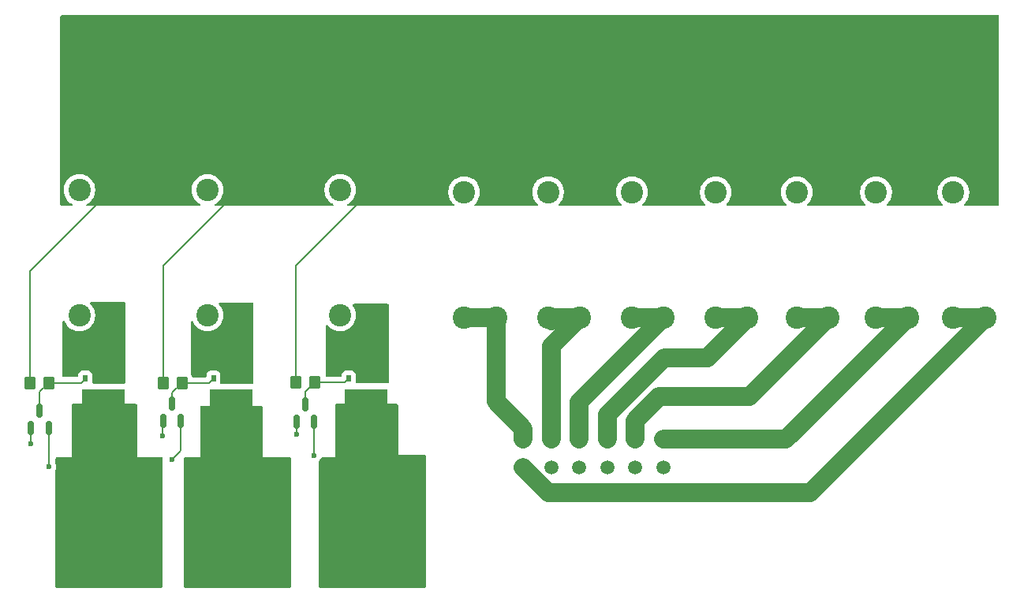
<source format=gbr>
%TF.GenerationSoftware,KiCad,Pcbnew,9.0.4*%
%TF.CreationDate,2026-02-19T19:41:56-08:00*%
%TF.ProjectId,Power_board,506f7765-725f-4626-9f61-72642e6b6963,rev?*%
%TF.SameCoordinates,Original*%
%TF.FileFunction,Copper,L1,Top*%
%TF.FilePolarity,Positive*%
%FSLAX46Y46*%
G04 Gerber Fmt 4.6, Leading zero omitted, Abs format (unit mm)*
G04 Created by KiCad (PCBNEW 9.0.4) date 2026-02-19 19:41:56*
%MOMM*%
%LPD*%
G01*
G04 APERTURE LIST*
G04 Aperture macros list*
%AMRoundRect*
0 Rectangle with rounded corners*
0 $1 Rounding radius*
0 $2 $3 $4 $5 $6 $7 $8 $9 X,Y pos of 4 corners*
0 Add a 4 corners polygon primitive as box body*
4,1,4,$2,$3,$4,$5,$6,$7,$8,$9,$2,$3,0*
0 Add four circle primitives for the rounded corners*
1,1,$1+$1,$2,$3*
1,1,$1+$1,$4,$5*
1,1,$1+$1,$6,$7*
1,1,$1+$1,$8,$9*
0 Add four rect primitives between the rounded corners*
20,1,$1+$1,$2,$3,$4,$5,0*
20,1,$1+$1,$4,$5,$6,$7,0*
20,1,$1+$1,$6,$7,$8,$9,0*
20,1,$1+$1,$8,$9,$2,$3,0*%
G04 Aperture macros list end*
%TA.AperFunction,ComponentPad*%
%ADD10C,2.400000*%
%TD*%
%TA.AperFunction,ComponentPad*%
%ADD11RoundRect,0.250001X-0.499999X-0.499999X0.499999X-0.499999X0.499999X0.499999X-0.499999X0.499999X0*%
%TD*%
%TA.AperFunction,ComponentPad*%
%ADD12C,1.500000*%
%TD*%
%TA.AperFunction,SMDPad,CuDef*%
%ADD13RoundRect,0.250000X-0.350000X-0.450000X0.350000X-0.450000X0.350000X0.450000X-0.350000X0.450000X0*%
%TD*%
%TA.AperFunction,ComponentPad*%
%ADD14C,10.600000*%
%TD*%
%TA.AperFunction,SMDPad,CuDef*%
%ADD15R,0.500000X0.650000*%
%TD*%
%TA.AperFunction,SMDPad,CuDef*%
%ADD16R,4.600000X4.120000*%
%TD*%
%TA.AperFunction,SMDPad,CuDef*%
%ADD17R,0.500000X0.550000*%
%TD*%
%TA.AperFunction,SMDPad,CuDef*%
%ADD18RoundRect,0.150000X0.150000X-0.587500X0.150000X0.587500X-0.150000X0.587500X-0.150000X-0.587500X0*%
%TD*%
%TA.AperFunction,ViaPad*%
%ADD19C,0.600000*%
%TD*%
%TA.AperFunction,Conductor*%
%ADD20C,2.000000*%
%TD*%
%TA.AperFunction,Conductor*%
%ADD21C,0.200000*%
%TD*%
G04 APERTURE END LIST*
D10*
%TO.P,F4,1_1*%
%TO.N,/12V+*%
X107750000Y-55000000D03*
%TO.P,F4,1_2*%
%TO.N,N/C*%
X104350000Y-55000000D03*
%TO.P,F4,2_1*%
%TO.N,LC_2*%
X107750000Y-68470000D03*
%TO.P,F4,2_2*%
%TO.N,N/C*%
X104350000Y-68470000D03*
%TD*%
D11*
%TO.P,J2,1,Pin_1*%
%TO.N,LC_1*%
X101700000Y-81560000D03*
D12*
%TO.P,J2,2,Pin_2*%
%TO.N,LC_2*%
X104700000Y-81560000D03*
%TO.P,J2,3,Pin_3*%
%TO.N,LC_3*%
X107700000Y-81560000D03*
%TO.P,J2,4,Pin_4*%
%TO.N,LC_4*%
X110700000Y-81560000D03*
%TO.P,J2,5,Pin_5*%
%TO.N,LC_5*%
X113700000Y-81560000D03*
%TO.P,J2,6,Pin_6*%
%TO.N,LC_6*%
X116700000Y-81560000D03*
%TO.P,J2,7,Pin_7*%
%TO.N,LC_7*%
X101700000Y-84560000D03*
%TO.P,J2,8,Pin_8*%
%TO.N,GND*%
X104700000Y-84560000D03*
%TO.P,J2,9,Pin_9*%
%TO.N,HC_1_pwm*%
X107700000Y-84560000D03*
%TO.P,J2,10,Pin_10*%
%TO.N,HC_2_pwm*%
X110700000Y-84560000D03*
%TO.P,J2,11,Pin_11*%
%TO.N,HC_3_pwm*%
X113700000Y-84560000D03*
%TO.P,J2,12,Pin_12*%
%TO.N,unconnected-(J2-Pin_12-Pad12)*%
X116700000Y-84560000D03*
%TD*%
D10*
%TO.P,F1,1_1*%
%TO.N,/12V+*%
X71200000Y-54765000D03*
%TO.P,F1,1_2*%
%TO.N,N/C*%
X67800000Y-54765000D03*
%TO.P,F1,2_1*%
%TO.N,/S2*%
X71200000Y-68235000D03*
%TO.P,F1,2_2*%
%TO.N,N/C*%
X67800000Y-68235000D03*
%TD*%
D13*
%TO.P,R2,1*%
%TO.N,/12V+*%
X63050000Y-75495000D03*
%TO.P,R2,2*%
%TO.N,Net-(Q2-G)*%
X65050000Y-75495000D03*
%TD*%
%TO.P,R3,1*%
%TO.N,/12V+*%
X77290000Y-75425000D03*
%TO.P,R3,2*%
%TO.N,Net-(Q3-G)*%
X79290000Y-75425000D03*
%TD*%
D10*
%TO.P,F3,1_1*%
%TO.N,/12V+*%
X98750000Y-55000000D03*
%TO.P,F3,1_2*%
%TO.N,N/C*%
X95350000Y-55000000D03*
%TO.P,F3,2_1*%
%TO.N,LC_1*%
X98750000Y-68470000D03*
%TO.P,F3,2_2*%
%TO.N,N/C*%
X95350000Y-68470000D03*
%TD*%
%TO.P,F5,1_1*%
%TO.N,/12V+*%
X116750000Y-55000000D03*
%TO.P,F5,1_2*%
%TO.N,N/C*%
X113350000Y-55000000D03*
%TO.P,F5,2_1*%
%TO.N,LC_3*%
X116750000Y-68470000D03*
%TO.P,F5,2_2*%
%TO.N,N/C*%
X113350000Y-68470000D03*
%TD*%
D14*
%TO.P,H4,1,1*%
%TO.N,HC_3*%
X85500000Y-91750000D03*
%TD*%
D10*
%TO.P,F8,1_1*%
%TO.N,/12V+*%
X142950000Y-55015000D03*
%TO.P,F8,1_2*%
%TO.N,N/C*%
X139550000Y-55015000D03*
%TO.P,F8,2_1*%
%TO.N,LC_6*%
X142950000Y-68485000D03*
%TO.P,F8,2_2*%
%TO.N,N/C*%
X139550000Y-68485000D03*
%TD*%
D14*
%TO.P,H2,1,1*%
%TO.N,HC_1*%
X57250000Y-91750000D03*
%TD*%
D10*
%TO.P,F6,1_1*%
%TO.N,/12V+*%
X125750000Y-55030000D03*
%TO.P,F6,1_2*%
%TO.N,N/C*%
X122350000Y-55030000D03*
%TO.P,F6,2_1*%
%TO.N,LC_4*%
X125750000Y-68500000D03*
%TO.P,F6,2_2*%
%TO.N,N/C*%
X122350000Y-68500000D03*
%TD*%
%TO.P,F9,1_1*%
%TO.N,/12V+*%
X151250000Y-55030000D03*
%TO.P,F9,1_2*%
%TO.N,N/C*%
X147850000Y-55030000D03*
%TO.P,F9,2_1*%
%TO.N,LC_7*%
X151250000Y-68500000D03*
%TO.P,F9,2_2*%
%TO.N,N/C*%
X147850000Y-68500000D03*
%TD*%
D13*
%TO.P,R1,1*%
%TO.N,/12V+*%
X48750000Y-75480000D03*
%TO.P,R1,2*%
%TO.N,Net-(Q1-G)*%
X50750000Y-75480000D03*
%TD*%
D15*
%TO.P,Q2,1,S*%
%TO.N,/S2*%
X72255000Y-75000000D03*
%TO.P,Q2,2,S*%
X70985000Y-75000000D03*
%TO.P,Q2,3,S*%
X69715000Y-75000000D03*
%TO.P,Q2,4,G*%
%TO.N,Net-(Q2-G)*%
X68445000Y-75000000D03*
D16*
%TO.P,Q2,5,D*%
%TO.N,HC_2*%
X70350000Y-78215000D03*
D17*
X72255000Y-80550000D03*
X70985000Y-80550000D03*
X69715000Y-80550000D03*
X68445000Y-80550000D03*
%TD*%
D14*
%TO.P,H9,1,1*%
%TO.N,/12V+*%
X84000000Y-43500000D03*
%TD*%
D15*
%TO.P,Q3,1,S*%
%TO.N,/S3*%
X86755000Y-75000000D03*
%TO.P,Q3,2,S*%
X85485000Y-75000000D03*
%TO.P,Q3,3,S*%
X84215000Y-75000000D03*
%TO.P,Q3,4,G*%
%TO.N,Net-(Q3-G)*%
X82945000Y-75000000D03*
D16*
%TO.P,Q3,5,D*%
%TO.N,HC_3*%
X84850000Y-78215000D03*
D17*
X86755000Y-80550000D03*
X85485000Y-80550000D03*
X84215000Y-80550000D03*
X82945000Y-80550000D03*
%TD*%
D14*
%TO.P,H1,1,1*%
%TO.N,/12V+*%
X67500000Y-43500000D03*
%TD*%
D15*
%TO.P,Q1,1,S*%
%TO.N,/S1*%
X58505000Y-75000000D03*
%TO.P,Q1,2,S*%
X57235000Y-75000000D03*
%TO.P,Q1,3,S*%
X55965000Y-75000000D03*
%TO.P,Q1,4,G*%
%TO.N,Net-(Q1-G)*%
X54695000Y-75000000D03*
D16*
%TO.P,Q1,5,D*%
%TO.N,HC_1*%
X56600000Y-78215000D03*
D17*
X58505000Y-80550000D03*
X57235000Y-80550000D03*
X55965000Y-80550000D03*
X54695000Y-80550000D03*
%TD*%
D14*
%TO.P,H3,1,1*%
%TO.N,HC_2*%
X71000000Y-91750000D03*
%TD*%
D10*
%TO.P,F2,1_1*%
%TO.N,/12V+*%
X85450000Y-54765000D03*
%TO.P,F2,1_2*%
%TO.N,N/C*%
X82050000Y-54765000D03*
%TO.P,F2,2_1*%
%TO.N,/S3*%
X85450000Y-68235000D03*
%TO.P,F2,2_2*%
%TO.N,N/C*%
X82050000Y-68235000D03*
%TD*%
D18*
%TO.P,Q6,1,G*%
%TO.N,HC_2_pwm*%
X63050000Y-79620000D03*
%TO.P,Q6,2,S*%
%TO.N,GND*%
X64950000Y-79620000D03*
%TO.P,Q6,3,D*%
%TO.N,Net-(Q2-G)*%
X64000000Y-77745000D03*
%TD*%
D10*
%TO.P,F10,1_1*%
%TO.N,/12V+*%
X57450000Y-54765000D03*
%TO.P,F10,1_2*%
%TO.N,N/C*%
X54050000Y-54765000D03*
%TO.P,F10,2_1*%
%TO.N,/S1*%
X57450000Y-68235000D03*
%TO.P,F10,2_2*%
%TO.N,N/C*%
X54050000Y-68235000D03*
%TD*%
D18*
%TO.P,Q5,1,G*%
%TO.N,HC_1_pwm*%
X48850000Y-80355000D03*
%TO.P,Q5,2,S*%
%TO.N,GND*%
X50750000Y-80355000D03*
%TO.P,Q5,3,D*%
%TO.N,Net-(Q1-G)*%
X49800000Y-78480000D03*
%TD*%
D10*
%TO.P,F7,1_1*%
%TO.N,/12V+*%
X134450000Y-55015000D03*
%TO.P,F7,1_2*%
%TO.N,N/C*%
X131050000Y-55015000D03*
%TO.P,F7,2_1*%
%TO.N,LC_5*%
X134450000Y-68485000D03*
%TO.P,F7,2_2*%
%TO.N,N/C*%
X131050000Y-68485000D03*
%TD*%
D18*
%TO.P,Q4,1,G*%
%TO.N,HC_3_pwm*%
X77340000Y-79650000D03*
%TO.P,Q4,2,S*%
%TO.N,GND*%
X79240000Y-79650000D03*
%TO.P,Q4,3,D*%
%TO.N,Net-(Q3-G)*%
X78290000Y-77775000D03*
%TD*%
D19*
%TO.N,HC_2_pwm*%
X63000000Y-81200000D03*
%TO.N,HC_3_pwm*%
X77340000Y-81000000D03*
%TO.N,HC_1_pwm*%
X48850000Y-82000000D03*
%TO.N,GND*%
X64000000Y-83700000D03*
X50750000Y-84500000D03*
X79200000Y-83300000D03*
%TD*%
D20*
%TO.N,LC_4*%
X121450000Y-72800000D02*
X125750000Y-68500000D01*
X116800000Y-72800000D02*
X121450000Y-72800000D01*
X110700000Y-78900000D02*
X116800000Y-72800000D01*
X110700000Y-81560000D02*
X110700000Y-78900000D01*
D21*
%TO.N,/12V+*%
X48750000Y-63465000D02*
X57450000Y-54765000D01*
X48750000Y-75480000D02*
X48750000Y-63465000D01*
X77290000Y-62925000D02*
X85450000Y-54765000D01*
X77290000Y-75425000D02*
X77290000Y-62925000D01*
X77290000Y-75425000D02*
X77300000Y-75415000D01*
X63050000Y-62915000D02*
X71200000Y-54765000D01*
X63050000Y-75495000D02*
X63050000Y-62915000D01*
D20*
%TO.N,LC_7*%
X132490000Y-87260000D02*
X151250000Y-68500000D01*
X101700000Y-84560000D02*
X104400000Y-87260000D01*
X147850000Y-68500000D02*
X151250000Y-68500000D01*
X104400000Y-87260000D02*
X132490000Y-87260000D01*
%TO.N,LC_6*%
X116700000Y-81560000D02*
X129875000Y-81560000D01*
X139550000Y-68485000D02*
X142950000Y-68485000D01*
X129875000Y-81560000D02*
X142950000Y-68485000D01*
%TO.N,LC_5*%
X113700000Y-79550000D02*
X116250000Y-77000000D01*
X131050000Y-68485000D02*
X134450000Y-68485000D01*
X116250000Y-77000000D02*
X125935000Y-77000000D01*
X125935000Y-77000000D02*
X134450000Y-68485000D01*
X113700000Y-81560000D02*
X113700000Y-79550000D01*
%TO.N,LC_4*%
X122400000Y-68500000D02*
X125800000Y-68500000D01*
%TO.N,LC_3*%
X113350000Y-68470000D02*
X116750000Y-68470000D01*
X107700000Y-77520000D02*
X107700000Y-81560000D01*
X116750000Y-68470000D02*
X107700000Y-77520000D01*
%TO.N,LC_2*%
X104700000Y-68820000D02*
X104350000Y-68470000D01*
X104700000Y-71520000D02*
X107750000Y-68470000D01*
X104350000Y-68470000D02*
X107750000Y-68470000D01*
X104700000Y-81560000D02*
X104700000Y-71520000D01*
%TO.N,LC_1*%
X101700000Y-80450000D02*
X98750000Y-77500000D01*
X95350000Y-68470000D02*
X98750000Y-68470000D01*
X101700000Y-81560000D02*
X101700000Y-80450000D01*
X98750000Y-77500000D02*
X98750000Y-68470000D01*
D21*
%TO.N,HC_2_pwm*%
X63000000Y-81200000D02*
X63000000Y-79670000D01*
X63000000Y-79670000D02*
X63050000Y-79620000D01*
%TO.N,HC_3_pwm*%
X77340000Y-81000000D02*
X77340000Y-79650000D01*
%TO.N,HC_1_pwm*%
X49000000Y-80505000D02*
X48850000Y-80355000D01*
X48850000Y-82000000D02*
X48850000Y-80355000D01*
%TO.N,GND*%
X50750000Y-82200000D02*
X50750000Y-82105000D01*
X64000000Y-83700000D02*
X64800000Y-82900000D01*
X65000000Y-79670000D02*
X64950000Y-79620000D01*
X50750000Y-82200000D02*
X50750000Y-80355000D01*
X79200000Y-83300000D02*
X79200000Y-79690000D01*
X79200000Y-79690000D02*
X79240000Y-79650000D01*
X64950000Y-79620000D02*
X64950000Y-82750000D01*
X50750000Y-84500000D02*
X50750000Y-82200000D01*
X64950000Y-82750000D02*
X64800000Y-82900000D01*
%TO.N,Net-(Q1-G)*%
X54215000Y-75480000D02*
X54695000Y-75000000D01*
X50750000Y-75480000D02*
X54215000Y-75480000D01*
X49800000Y-78480000D02*
X49800000Y-76430000D01*
X49800000Y-76430000D02*
X50750000Y-75480000D01*
%TO.N,Net-(Q2-G)*%
X64000000Y-76545000D02*
X65050000Y-75495000D01*
X64000000Y-77745000D02*
X64000000Y-76545000D01*
X65050000Y-75495000D02*
X67950000Y-75495000D01*
X67950000Y-75495000D02*
X68445000Y-75000000D01*
%TO.N,Net-(Q3-G)*%
X78290000Y-77775000D02*
X78290000Y-76425000D01*
X79290000Y-75425000D02*
X82520000Y-75425000D01*
X82520000Y-75425000D02*
X82945000Y-75000000D01*
X78290000Y-76425000D02*
X79290000Y-75425000D01*
%TD*%
%TA.AperFunction,Conductor*%
%TO.N,/S1*%
G36*
X58943039Y-66837635D02*
G01*
X58988794Y-66890439D01*
X59000000Y-66941950D01*
X59000000Y-75443950D01*
X58980315Y-75510989D01*
X58927511Y-75556744D01*
X58876000Y-75567950D01*
X55562572Y-75567950D01*
X55495533Y-75548265D01*
X55449778Y-75495461D01*
X55439283Y-75430694D01*
X55445499Y-75372880D01*
X55445500Y-75372873D01*
X55445499Y-74627128D01*
X55439091Y-74567517D01*
X55388796Y-74432669D01*
X55388795Y-74432668D01*
X55388793Y-74432664D01*
X55302547Y-74317455D01*
X55302544Y-74317452D01*
X55187335Y-74231206D01*
X55187328Y-74231202D01*
X55052486Y-74180910D01*
X55052485Y-74180909D01*
X55052483Y-74180909D01*
X54992873Y-74174500D01*
X54992863Y-74174500D01*
X54397129Y-74174500D01*
X54397123Y-74174501D01*
X54337516Y-74180908D01*
X54202671Y-74231202D01*
X54202664Y-74231206D01*
X54087455Y-74317452D01*
X54087452Y-74317455D01*
X54001206Y-74432664D01*
X54001202Y-74432671D01*
X53950908Y-74567517D01*
X53944501Y-74627116D01*
X53944501Y-74627123D01*
X53944500Y-74627135D01*
X53944500Y-74755500D01*
X53924815Y-74822539D01*
X53872011Y-74868294D01*
X53820500Y-74879500D01*
X52374000Y-74879500D01*
X52306961Y-74859815D01*
X52261206Y-74807011D01*
X52250000Y-74755500D01*
X52250000Y-68956428D01*
X52269685Y-68889389D01*
X52322489Y-68843634D01*
X52391647Y-68833690D01*
X52455203Y-68862715D01*
X52488561Y-68908976D01*
X52521590Y-68988716D01*
X52521593Y-68988722D01*
X52521595Y-68988726D01*
X52633052Y-69181774D01*
X52633057Y-69181780D01*
X52633058Y-69181782D01*
X52768751Y-69358622D01*
X52768757Y-69358629D01*
X52926370Y-69516242D01*
X52926376Y-69516247D01*
X53103226Y-69651948D01*
X53296274Y-69763405D01*
X53502219Y-69848710D01*
X53717537Y-69906404D01*
X53938543Y-69935500D01*
X53938550Y-69935500D01*
X54161450Y-69935500D01*
X54161457Y-69935500D01*
X54382463Y-69906404D01*
X54597781Y-69848710D01*
X54803726Y-69763405D01*
X54996774Y-69651948D01*
X55173624Y-69516247D01*
X55331247Y-69358624D01*
X55466948Y-69181774D01*
X55578405Y-68988726D01*
X55663710Y-68782781D01*
X55721404Y-68567463D01*
X55750500Y-68346457D01*
X55750500Y-68123543D01*
X55721404Y-67902537D01*
X55663710Y-67687219D01*
X55643112Y-67637492D01*
X55578406Y-67481277D01*
X55578405Y-67481274D01*
X55466948Y-67288226D01*
X55331247Y-67111376D01*
X55331242Y-67111370D01*
X55249503Y-67029631D01*
X55216018Y-66968308D01*
X55221002Y-66898616D01*
X55262874Y-66842683D01*
X55328338Y-66818266D01*
X55337184Y-66817950D01*
X58876000Y-66817950D01*
X58943039Y-66837635D01*
G37*
%TD.AperFunction*%
%TD*%
%TA.AperFunction,Conductor*%
%TO.N,/12V+*%
G36*
X152693027Y-36021333D02*
G01*
X152738788Y-36074132D01*
X152750000Y-36125657D01*
X152750000Y-56376000D01*
X152730315Y-56443039D01*
X152677511Y-56488794D01*
X152626000Y-56500000D01*
X149084234Y-56500000D01*
X149017195Y-56480315D01*
X148971440Y-56427511D01*
X148961496Y-56358353D01*
X148990521Y-56294797D01*
X148996553Y-56288319D01*
X149131242Y-56153629D01*
X149131247Y-56153624D01*
X149266948Y-55976774D01*
X149378405Y-55783726D01*
X149463710Y-55577781D01*
X149521404Y-55362463D01*
X149550500Y-55141457D01*
X149550500Y-54918543D01*
X149521404Y-54697537D01*
X149463710Y-54482219D01*
X149451279Y-54452209D01*
X149378406Y-54276277D01*
X149378405Y-54276274D01*
X149266948Y-54083226D01*
X149131247Y-53906376D01*
X149131242Y-53906370D01*
X148973629Y-53748757D01*
X148973622Y-53748751D01*
X148796782Y-53613058D01*
X148796780Y-53613057D01*
X148796774Y-53613052D01*
X148603726Y-53501595D01*
X148603722Y-53501593D01*
X148397790Y-53416293D01*
X148397783Y-53416291D01*
X148397781Y-53416290D01*
X148182463Y-53358596D01*
X148182457Y-53358595D01*
X148182452Y-53358594D01*
X147961466Y-53329501D01*
X147961463Y-53329500D01*
X147961457Y-53329500D01*
X147738543Y-53329500D01*
X147738537Y-53329500D01*
X147738533Y-53329501D01*
X147517547Y-53358594D01*
X147517540Y-53358595D01*
X147517537Y-53358596D01*
X147414181Y-53386290D01*
X147302219Y-53416290D01*
X147302209Y-53416293D01*
X147096277Y-53501593D01*
X147096273Y-53501595D01*
X146903226Y-53613052D01*
X146903217Y-53613058D01*
X146726377Y-53748751D01*
X146726370Y-53748757D01*
X146568757Y-53906370D01*
X146568751Y-53906377D01*
X146433058Y-54083217D01*
X146433052Y-54083226D01*
X146321595Y-54276273D01*
X146321593Y-54276277D01*
X146236293Y-54482209D01*
X146236290Y-54482219D01*
X146186635Y-54667537D01*
X146178597Y-54697534D01*
X146178594Y-54697547D01*
X146149501Y-54918533D01*
X146149500Y-54918549D01*
X146149500Y-55141450D01*
X146149501Y-55141466D01*
X146178594Y-55362452D01*
X146178595Y-55362457D01*
X146178596Y-55362463D01*
X146228252Y-55547781D01*
X146236290Y-55577780D01*
X146236293Y-55577790D01*
X146321593Y-55783722D01*
X146321595Y-55783726D01*
X146433052Y-55976774D01*
X146433057Y-55976780D01*
X146433058Y-55976782D01*
X146568751Y-56153622D01*
X146568757Y-56153629D01*
X146703447Y-56288319D01*
X146736932Y-56349642D01*
X146731948Y-56419334D01*
X146690076Y-56475267D01*
X146624612Y-56499684D01*
X146615766Y-56500000D01*
X140769234Y-56500000D01*
X140702195Y-56480315D01*
X140656440Y-56427511D01*
X140646496Y-56358353D01*
X140675521Y-56294797D01*
X140681553Y-56288319D01*
X140831242Y-56138629D01*
X140831247Y-56138624D01*
X140966948Y-55961774D01*
X141078405Y-55768726D01*
X141163710Y-55562781D01*
X141221404Y-55347463D01*
X141250500Y-55126457D01*
X141250500Y-54903543D01*
X141221404Y-54682537D01*
X141163710Y-54467219D01*
X141149348Y-54432547D01*
X141078406Y-54261277D01*
X141078405Y-54261274D01*
X140966948Y-54068226D01*
X140831247Y-53891376D01*
X140831242Y-53891370D01*
X140673629Y-53733757D01*
X140673622Y-53733751D01*
X140496782Y-53598058D01*
X140496780Y-53598057D01*
X140496774Y-53598052D01*
X140303726Y-53486595D01*
X140303722Y-53486593D01*
X140097790Y-53401293D01*
X140097783Y-53401291D01*
X140097781Y-53401290D01*
X139882463Y-53343596D01*
X139882457Y-53343595D01*
X139882452Y-53343594D01*
X139661466Y-53314501D01*
X139661463Y-53314500D01*
X139661457Y-53314500D01*
X139438543Y-53314500D01*
X139438537Y-53314500D01*
X139438533Y-53314501D01*
X139217547Y-53343594D01*
X139217540Y-53343595D01*
X139217537Y-53343596D01*
X139058200Y-53386290D01*
X139002219Y-53401290D01*
X139002209Y-53401293D01*
X138796277Y-53486593D01*
X138796273Y-53486595D01*
X138603226Y-53598052D01*
X138603217Y-53598058D01*
X138426377Y-53733751D01*
X138426370Y-53733757D01*
X138268757Y-53891370D01*
X138268751Y-53891377D01*
X138133058Y-54068217D01*
X138133052Y-54068226D01*
X138021595Y-54261273D01*
X138021593Y-54261277D01*
X137936293Y-54467209D01*
X137936290Y-54467219D01*
X137878597Y-54682534D01*
X137878594Y-54682547D01*
X137849501Y-54903533D01*
X137849500Y-54903549D01*
X137849500Y-55126450D01*
X137849501Y-55126466D01*
X137878594Y-55347452D01*
X137878595Y-55347457D01*
X137878596Y-55347463D01*
X137924486Y-55518726D01*
X137936290Y-55562780D01*
X137936293Y-55562790D01*
X138021593Y-55768722D01*
X138021595Y-55768726D01*
X138133052Y-55961774D01*
X138133057Y-55961780D01*
X138133058Y-55961782D01*
X138268751Y-56138622D01*
X138268757Y-56138629D01*
X138418447Y-56288319D01*
X138451932Y-56349642D01*
X138446948Y-56419334D01*
X138405076Y-56475267D01*
X138339612Y-56499684D01*
X138330766Y-56500000D01*
X132269234Y-56500000D01*
X132202195Y-56480315D01*
X132156440Y-56427511D01*
X132146496Y-56358353D01*
X132175521Y-56294797D01*
X132181553Y-56288319D01*
X132331242Y-56138629D01*
X132331247Y-56138624D01*
X132466948Y-55961774D01*
X132578405Y-55768726D01*
X132663710Y-55562781D01*
X132721404Y-55347463D01*
X132750500Y-55126457D01*
X132750500Y-54903543D01*
X132721404Y-54682537D01*
X132663710Y-54467219D01*
X132649348Y-54432547D01*
X132578406Y-54261277D01*
X132578405Y-54261274D01*
X132466948Y-54068226D01*
X132331247Y-53891376D01*
X132331242Y-53891370D01*
X132173629Y-53733757D01*
X132173622Y-53733751D01*
X131996782Y-53598058D01*
X131996780Y-53598057D01*
X131996774Y-53598052D01*
X131803726Y-53486595D01*
X131803722Y-53486593D01*
X131597790Y-53401293D01*
X131597783Y-53401291D01*
X131597781Y-53401290D01*
X131382463Y-53343596D01*
X131382457Y-53343595D01*
X131382452Y-53343594D01*
X131161466Y-53314501D01*
X131161463Y-53314500D01*
X131161457Y-53314500D01*
X130938543Y-53314500D01*
X130938537Y-53314500D01*
X130938533Y-53314501D01*
X130717547Y-53343594D01*
X130717540Y-53343595D01*
X130717537Y-53343596D01*
X130558200Y-53386290D01*
X130502219Y-53401290D01*
X130502209Y-53401293D01*
X130296277Y-53486593D01*
X130296273Y-53486595D01*
X130103226Y-53598052D01*
X130103217Y-53598058D01*
X129926377Y-53733751D01*
X129926370Y-53733757D01*
X129768757Y-53891370D01*
X129768751Y-53891377D01*
X129633058Y-54068217D01*
X129633052Y-54068226D01*
X129521595Y-54261273D01*
X129521593Y-54261277D01*
X129436293Y-54467209D01*
X129436290Y-54467219D01*
X129378597Y-54682534D01*
X129378594Y-54682547D01*
X129349501Y-54903533D01*
X129349500Y-54903549D01*
X129349500Y-55126450D01*
X129349501Y-55126466D01*
X129378594Y-55347452D01*
X129378595Y-55347457D01*
X129378596Y-55347463D01*
X129424486Y-55518726D01*
X129436290Y-55562780D01*
X129436293Y-55562790D01*
X129521593Y-55768722D01*
X129521595Y-55768726D01*
X129633052Y-55961774D01*
X129633057Y-55961780D01*
X129633058Y-55961782D01*
X129768751Y-56138622D01*
X129768757Y-56138629D01*
X129918447Y-56288319D01*
X129951932Y-56349642D01*
X129946948Y-56419334D01*
X129905076Y-56475267D01*
X129839612Y-56499684D01*
X129830766Y-56500000D01*
X123584234Y-56500000D01*
X123517195Y-56480315D01*
X123471440Y-56427511D01*
X123461496Y-56358353D01*
X123490521Y-56294797D01*
X123496553Y-56288319D01*
X123631242Y-56153629D01*
X123631247Y-56153624D01*
X123766948Y-55976774D01*
X123878405Y-55783726D01*
X123963710Y-55577781D01*
X124021404Y-55362463D01*
X124050500Y-55141457D01*
X124050500Y-54918543D01*
X124021404Y-54697537D01*
X123963710Y-54482219D01*
X123951279Y-54452209D01*
X123878406Y-54276277D01*
X123878405Y-54276274D01*
X123766948Y-54083226D01*
X123631247Y-53906376D01*
X123631242Y-53906370D01*
X123473629Y-53748757D01*
X123473622Y-53748751D01*
X123296782Y-53613058D01*
X123296780Y-53613057D01*
X123296774Y-53613052D01*
X123103726Y-53501595D01*
X123103722Y-53501593D01*
X122897790Y-53416293D01*
X122897783Y-53416291D01*
X122897781Y-53416290D01*
X122682463Y-53358596D01*
X122682457Y-53358595D01*
X122682452Y-53358594D01*
X122461466Y-53329501D01*
X122461463Y-53329500D01*
X122461457Y-53329500D01*
X122238543Y-53329500D01*
X122238537Y-53329500D01*
X122238533Y-53329501D01*
X122017547Y-53358594D01*
X122017540Y-53358595D01*
X122017537Y-53358596D01*
X121914181Y-53386290D01*
X121802219Y-53416290D01*
X121802209Y-53416293D01*
X121596277Y-53501593D01*
X121596273Y-53501595D01*
X121403226Y-53613052D01*
X121403217Y-53613058D01*
X121226377Y-53748751D01*
X121226370Y-53748757D01*
X121068757Y-53906370D01*
X121068751Y-53906377D01*
X120933058Y-54083217D01*
X120933052Y-54083226D01*
X120821595Y-54276273D01*
X120821593Y-54276277D01*
X120736293Y-54482209D01*
X120736290Y-54482219D01*
X120686635Y-54667537D01*
X120678597Y-54697534D01*
X120678594Y-54697547D01*
X120649501Y-54918533D01*
X120649500Y-54918549D01*
X120649500Y-55141450D01*
X120649501Y-55141466D01*
X120678594Y-55362452D01*
X120678595Y-55362457D01*
X120678596Y-55362463D01*
X120728252Y-55547781D01*
X120736290Y-55577780D01*
X120736293Y-55577790D01*
X120821593Y-55783722D01*
X120821595Y-55783726D01*
X120933052Y-55976774D01*
X120933057Y-55976780D01*
X120933058Y-55976782D01*
X121068751Y-56153622D01*
X121068757Y-56153629D01*
X121203447Y-56288319D01*
X121236932Y-56349642D01*
X121231948Y-56419334D01*
X121190076Y-56475267D01*
X121124612Y-56499684D01*
X121115766Y-56500000D01*
X114553645Y-56500000D01*
X114486606Y-56480315D01*
X114440851Y-56427511D01*
X114430907Y-56358353D01*
X114459932Y-56294797D01*
X114471883Y-56282775D01*
X114473623Y-56281248D01*
X114631242Y-56123629D01*
X114631247Y-56123624D01*
X114766948Y-55946774D01*
X114878405Y-55753726D01*
X114963710Y-55547781D01*
X115021404Y-55332463D01*
X115050500Y-55111457D01*
X115050500Y-54888543D01*
X115021404Y-54667537D01*
X114963710Y-54452219D01*
X114955557Y-54432537D01*
X114932197Y-54376140D01*
X114878405Y-54246274D01*
X114766948Y-54053226D01*
X114727867Y-54002294D01*
X114631248Y-53876377D01*
X114631242Y-53876370D01*
X114473629Y-53718757D01*
X114473622Y-53718751D01*
X114296782Y-53583058D01*
X114296780Y-53583057D01*
X114296774Y-53583052D01*
X114103726Y-53471595D01*
X114103722Y-53471593D01*
X113897790Y-53386293D01*
X113897783Y-53386291D01*
X113897781Y-53386290D01*
X113682463Y-53328596D01*
X113682457Y-53328595D01*
X113682452Y-53328594D01*
X113461466Y-53299501D01*
X113461463Y-53299500D01*
X113461457Y-53299500D01*
X113238543Y-53299500D01*
X113238537Y-53299500D01*
X113238533Y-53299501D01*
X113017547Y-53328594D01*
X113017540Y-53328595D01*
X113017537Y-53328596D01*
X112802219Y-53386290D01*
X112802209Y-53386293D01*
X112596277Y-53471593D01*
X112596273Y-53471595D01*
X112403226Y-53583052D01*
X112403217Y-53583058D01*
X112226377Y-53718751D01*
X112226370Y-53718757D01*
X112068757Y-53876370D01*
X112068751Y-53876377D01*
X111933058Y-54053217D01*
X111933052Y-54053226D01*
X111821595Y-54246273D01*
X111821593Y-54246277D01*
X111736293Y-54452209D01*
X111736290Y-54452219D01*
X111682349Y-54653533D01*
X111678597Y-54667534D01*
X111678594Y-54667547D01*
X111649501Y-54888533D01*
X111649500Y-54888549D01*
X111649500Y-55111450D01*
X111649501Y-55111466D01*
X111678594Y-55332452D01*
X111678595Y-55332457D01*
X111678596Y-55332463D01*
X111686635Y-55362465D01*
X111736290Y-55547780D01*
X111736293Y-55547790D01*
X111804218Y-55711774D01*
X111821595Y-55753726D01*
X111933052Y-55946774D01*
X111933057Y-55946780D01*
X111933058Y-55946782D01*
X112068751Y-56123622D01*
X112068757Y-56123629D01*
X112226376Y-56281248D01*
X112228117Y-56282775D01*
X112228488Y-56283360D01*
X112229246Y-56284118D01*
X112229076Y-56284287D01*
X112265539Y-56341778D01*
X112265121Y-56411646D01*
X112226996Y-56470197D01*
X112163267Y-56498841D01*
X112146355Y-56500000D01*
X105553645Y-56500000D01*
X105486606Y-56480315D01*
X105440851Y-56427511D01*
X105430907Y-56358353D01*
X105459932Y-56294797D01*
X105471883Y-56282775D01*
X105473623Y-56281248D01*
X105631242Y-56123629D01*
X105631247Y-56123624D01*
X105766948Y-55946774D01*
X105878405Y-55753726D01*
X105963710Y-55547781D01*
X106021404Y-55332463D01*
X106050500Y-55111457D01*
X106050500Y-54888543D01*
X106021404Y-54667537D01*
X105963710Y-54452219D01*
X105955557Y-54432537D01*
X105932197Y-54376140D01*
X105878405Y-54246274D01*
X105766948Y-54053226D01*
X105727867Y-54002294D01*
X105631248Y-53876377D01*
X105631242Y-53876370D01*
X105473629Y-53718757D01*
X105473622Y-53718751D01*
X105296782Y-53583058D01*
X105296780Y-53583057D01*
X105296774Y-53583052D01*
X105103726Y-53471595D01*
X105103722Y-53471593D01*
X104897790Y-53386293D01*
X104897783Y-53386291D01*
X104897781Y-53386290D01*
X104682463Y-53328596D01*
X104682457Y-53328595D01*
X104682452Y-53328594D01*
X104461466Y-53299501D01*
X104461463Y-53299500D01*
X104461457Y-53299500D01*
X104238543Y-53299500D01*
X104238537Y-53299500D01*
X104238533Y-53299501D01*
X104017547Y-53328594D01*
X104017540Y-53328595D01*
X104017537Y-53328596D01*
X103802219Y-53386290D01*
X103802209Y-53386293D01*
X103596277Y-53471593D01*
X103596273Y-53471595D01*
X103403226Y-53583052D01*
X103403217Y-53583058D01*
X103226377Y-53718751D01*
X103226370Y-53718757D01*
X103068757Y-53876370D01*
X103068751Y-53876377D01*
X102933058Y-54053217D01*
X102933052Y-54053226D01*
X102821595Y-54246273D01*
X102821593Y-54246277D01*
X102736293Y-54452209D01*
X102736290Y-54452219D01*
X102682349Y-54653533D01*
X102678597Y-54667534D01*
X102678594Y-54667547D01*
X102649501Y-54888533D01*
X102649500Y-54888549D01*
X102649500Y-55111450D01*
X102649501Y-55111466D01*
X102678594Y-55332452D01*
X102678595Y-55332457D01*
X102678596Y-55332463D01*
X102686635Y-55362465D01*
X102736290Y-55547780D01*
X102736293Y-55547790D01*
X102804218Y-55711774D01*
X102821595Y-55753726D01*
X102933052Y-55946774D01*
X102933057Y-55946780D01*
X102933058Y-55946782D01*
X103068751Y-56123622D01*
X103068757Y-56123629D01*
X103226376Y-56281248D01*
X103228117Y-56282775D01*
X103228488Y-56283360D01*
X103229246Y-56284118D01*
X103229076Y-56284287D01*
X103265539Y-56341778D01*
X103265121Y-56411646D01*
X103226996Y-56470197D01*
X103163267Y-56498841D01*
X103146355Y-56500000D01*
X96553645Y-56500000D01*
X96486606Y-56480315D01*
X96440851Y-56427511D01*
X96430907Y-56358353D01*
X96459932Y-56294797D01*
X96471883Y-56282775D01*
X96473623Y-56281248D01*
X96631242Y-56123629D01*
X96631247Y-56123624D01*
X96766948Y-55946774D01*
X96878405Y-55753726D01*
X96963710Y-55547781D01*
X97021404Y-55332463D01*
X97050500Y-55111457D01*
X97050500Y-54888543D01*
X97021404Y-54667537D01*
X96963710Y-54452219D01*
X96955557Y-54432537D01*
X96932197Y-54376140D01*
X96878405Y-54246274D01*
X96766948Y-54053226D01*
X96727867Y-54002294D01*
X96631248Y-53876377D01*
X96631242Y-53876370D01*
X96473629Y-53718757D01*
X96473622Y-53718751D01*
X96296782Y-53583058D01*
X96296780Y-53583057D01*
X96296774Y-53583052D01*
X96103726Y-53471595D01*
X96103722Y-53471593D01*
X95897790Y-53386293D01*
X95897783Y-53386291D01*
X95897781Y-53386290D01*
X95682463Y-53328596D01*
X95682457Y-53328595D01*
X95682452Y-53328594D01*
X95461466Y-53299501D01*
X95461463Y-53299500D01*
X95461457Y-53299500D01*
X95238543Y-53299500D01*
X95238537Y-53299500D01*
X95238533Y-53299501D01*
X95017547Y-53328594D01*
X95017540Y-53328595D01*
X95017537Y-53328596D01*
X94802219Y-53386290D01*
X94802209Y-53386293D01*
X94596277Y-53471593D01*
X94596273Y-53471595D01*
X94403226Y-53583052D01*
X94403217Y-53583058D01*
X94226377Y-53718751D01*
X94226370Y-53718757D01*
X94068757Y-53876370D01*
X94068751Y-53876377D01*
X93933058Y-54053217D01*
X93933052Y-54053226D01*
X93821595Y-54246273D01*
X93821593Y-54246277D01*
X93736293Y-54452209D01*
X93736290Y-54452219D01*
X93682349Y-54653533D01*
X93678597Y-54667534D01*
X93678594Y-54667547D01*
X93649501Y-54888533D01*
X93649500Y-54888549D01*
X93649500Y-55111450D01*
X93649501Y-55111466D01*
X93678594Y-55332452D01*
X93678595Y-55332457D01*
X93678596Y-55332463D01*
X93686635Y-55362465D01*
X93736290Y-55547780D01*
X93736293Y-55547790D01*
X93804218Y-55711774D01*
X93821595Y-55753726D01*
X93933052Y-55946774D01*
X93933057Y-55946780D01*
X93933058Y-55946782D01*
X94068751Y-56123622D01*
X94068757Y-56123629D01*
X94226376Y-56281248D01*
X94228117Y-56282775D01*
X94228488Y-56283360D01*
X94229246Y-56284118D01*
X94229076Y-56284287D01*
X94265539Y-56341778D01*
X94265121Y-56411646D01*
X94226996Y-56470197D01*
X94163267Y-56498841D01*
X94146355Y-56500000D01*
X82908668Y-56500000D01*
X82841629Y-56480315D01*
X82795874Y-56427511D01*
X82785930Y-56358353D01*
X82814955Y-56294797D01*
X82846667Y-56268613D01*
X82859728Y-56261071D01*
X82996774Y-56181948D01*
X83173624Y-56046247D01*
X83331247Y-55888624D01*
X83466948Y-55711774D01*
X83578405Y-55518726D01*
X83663710Y-55312781D01*
X83721404Y-55097463D01*
X83750500Y-54876457D01*
X83750500Y-54653543D01*
X83721404Y-54432537D01*
X83663710Y-54217219D01*
X83578405Y-54011274D01*
X83466948Y-53818226D01*
X83331247Y-53641376D01*
X83331242Y-53641370D01*
X83173629Y-53483757D01*
X83173622Y-53483751D01*
X82996782Y-53348058D01*
X82996780Y-53348057D01*
X82996774Y-53348052D01*
X82803726Y-53236595D01*
X82803722Y-53236593D01*
X82597790Y-53151293D01*
X82597783Y-53151291D01*
X82597781Y-53151290D01*
X82382463Y-53093596D01*
X82382457Y-53093595D01*
X82382452Y-53093594D01*
X82161466Y-53064501D01*
X82161463Y-53064500D01*
X82161457Y-53064500D01*
X81938543Y-53064500D01*
X81938537Y-53064500D01*
X81938533Y-53064501D01*
X81717547Y-53093594D01*
X81717540Y-53093595D01*
X81717537Y-53093596D01*
X81502219Y-53151290D01*
X81502209Y-53151293D01*
X81296277Y-53236593D01*
X81296273Y-53236595D01*
X81103226Y-53348052D01*
X81103217Y-53348058D01*
X80926377Y-53483751D01*
X80926370Y-53483757D01*
X80768757Y-53641370D01*
X80768751Y-53641377D01*
X80633058Y-53818217D01*
X80633052Y-53818226D01*
X80521595Y-54011273D01*
X80521593Y-54011277D01*
X80436293Y-54217209D01*
X80436290Y-54217219D01*
X80378597Y-54432534D01*
X80378594Y-54432547D01*
X80349501Y-54653533D01*
X80349500Y-54653549D01*
X80349500Y-54876450D01*
X80349501Y-54876466D01*
X80378594Y-55097452D01*
X80378595Y-55097457D01*
X80378596Y-55097463D01*
X80390387Y-55141466D01*
X80436290Y-55312780D01*
X80436293Y-55312790D01*
X80521593Y-55518722D01*
X80521595Y-55518726D01*
X80633052Y-55711774D01*
X80633057Y-55711780D01*
X80633058Y-55711782D01*
X80768751Y-55888622D01*
X80768757Y-55888629D01*
X80926370Y-56046242D01*
X80926376Y-56046247D01*
X81103226Y-56181948D01*
X81233716Y-56257287D01*
X81253333Y-56268613D01*
X81301548Y-56319181D01*
X81314770Y-56387788D01*
X81288802Y-56452652D01*
X81231888Y-56493180D01*
X81191332Y-56500000D01*
X68658668Y-56500000D01*
X68591629Y-56480315D01*
X68545874Y-56427511D01*
X68535930Y-56358353D01*
X68564955Y-56294797D01*
X68596667Y-56268613D01*
X68609728Y-56261071D01*
X68746774Y-56181948D01*
X68923624Y-56046247D01*
X69081247Y-55888624D01*
X69216948Y-55711774D01*
X69328405Y-55518726D01*
X69413710Y-55312781D01*
X69471404Y-55097463D01*
X69500500Y-54876457D01*
X69500500Y-54653543D01*
X69471404Y-54432537D01*
X69413710Y-54217219D01*
X69328405Y-54011274D01*
X69216948Y-53818226D01*
X69081247Y-53641376D01*
X69081242Y-53641370D01*
X68923629Y-53483757D01*
X68923622Y-53483751D01*
X68746782Y-53348058D01*
X68746780Y-53348057D01*
X68746774Y-53348052D01*
X68553726Y-53236595D01*
X68553722Y-53236593D01*
X68347790Y-53151293D01*
X68347783Y-53151291D01*
X68347781Y-53151290D01*
X68132463Y-53093596D01*
X68132457Y-53093595D01*
X68132452Y-53093594D01*
X67911466Y-53064501D01*
X67911463Y-53064500D01*
X67911457Y-53064500D01*
X67688543Y-53064500D01*
X67688537Y-53064500D01*
X67688533Y-53064501D01*
X67467547Y-53093594D01*
X67467540Y-53093595D01*
X67467537Y-53093596D01*
X67252219Y-53151290D01*
X67252209Y-53151293D01*
X67046277Y-53236593D01*
X67046273Y-53236595D01*
X66853226Y-53348052D01*
X66853217Y-53348058D01*
X66676377Y-53483751D01*
X66676370Y-53483757D01*
X66518757Y-53641370D01*
X66518751Y-53641377D01*
X66383058Y-53818217D01*
X66383052Y-53818226D01*
X66271595Y-54011273D01*
X66271593Y-54011277D01*
X66186293Y-54217209D01*
X66186290Y-54217219D01*
X66128597Y-54432534D01*
X66128594Y-54432547D01*
X66099501Y-54653533D01*
X66099500Y-54653549D01*
X66099500Y-54876450D01*
X66099501Y-54876466D01*
X66128594Y-55097452D01*
X66128595Y-55097457D01*
X66128596Y-55097463D01*
X66140387Y-55141466D01*
X66186290Y-55312780D01*
X66186293Y-55312790D01*
X66271593Y-55518722D01*
X66271595Y-55518726D01*
X66383052Y-55711774D01*
X66383057Y-55711780D01*
X66383058Y-55711782D01*
X66518751Y-55888622D01*
X66518757Y-55888629D01*
X66676370Y-56046242D01*
X66676376Y-56046247D01*
X66853226Y-56181948D01*
X66983716Y-56257287D01*
X67003333Y-56268613D01*
X67051548Y-56319181D01*
X67064770Y-56387788D01*
X67038802Y-56452652D01*
X66981888Y-56493180D01*
X66941332Y-56500000D01*
X54908668Y-56500000D01*
X54841629Y-56480315D01*
X54795874Y-56427511D01*
X54785930Y-56358353D01*
X54814955Y-56294797D01*
X54846667Y-56268613D01*
X54859728Y-56261071D01*
X54996774Y-56181948D01*
X55173624Y-56046247D01*
X55331247Y-55888624D01*
X55466948Y-55711774D01*
X55578405Y-55518726D01*
X55663710Y-55312781D01*
X55721404Y-55097463D01*
X55750500Y-54876457D01*
X55750500Y-54653543D01*
X55721404Y-54432537D01*
X55663710Y-54217219D01*
X55578405Y-54011274D01*
X55466948Y-53818226D01*
X55331247Y-53641376D01*
X55331242Y-53641370D01*
X55173629Y-53483757D01*
X55173622Y-53483751D01*
X54996782Y-53348058D01*
X54996780Y-53348057D01*
X54996774Y-53348052D01*
X54803726Y-53236595D01*
X54803722Y-53236593D01*
X54597790Y-53151293D01*
X54597783Y-53151291D01*
X54597781Y-53151290D01*
X54382463Y-53093596D01*
X54382457Y-53093595D01*
X54382452Y-53093594D01*
X54161466Y-53064501D01*
X54161463Y-53064500D01*
X54161457Y-53064500D01*
X53938543Y-53064500D01*
X53938537Y-53064500D01*
X53938533Y-53064501D01*
X53717547Y-53093594D01*
X53717540Y-53093595D01*
X53717537Y-53093596D01*
X53502219Y-53151290D01*
X53502209Y-53151293D01*
X53296277Y-53236593D01*
X53296273Y-53236595D01*
X53103226Y-53348052D01*
X53103217Y-53348058D01*
X52926377Y-53483751D01*
X52926370Y-53483757D01*
X52768757Y-53641370D01*
X52768751Y-53641377D01*
X52633058Y-53818217D01*
X52633052Y-53818226D01*
X52521595Y-54011273D01*
X52521593Y-54011277D01*
X52436293Y-54217209D01*
X52436290Y-54217219D01*
X52378597Y-54432534D01*
X52378594Y-54432547D01*
X52349501Y-54653533D01*
X52349500Y-54653549D01*
X52349500Y-54876450D01*
X52349501Y-54876466D01*
X52378594Y-55097452D01*
X52378595Y-55097457D01*
X52378596Y-55097463D01*
X52390387Y-55141466D01*
X52436290Y-55312780D01*
X52436293Y-55312790D01*
X52521593Y-55518722D01*
X52521595Y-55518726D01*
X52633052Y-55711774D01*
X52633057Y-55711780D01*
X52633058Y-55711782D01*
X52768751Y-55888622D01*
X52768757Y-55888629D01*
X52926370Y-56046242D01*
X52926376Y-56046247D01*
X53103226Y-56181948D01*
X53233716Y-56257287D01*
X53253333Y-56268613D01*
X53301548Y-56319181D01*
X53314770Y-56387788D01*
X53288802Y-56452652D01*
X53231888Y-56493180D01*
X53191332Y-56500000D01*
X52124000Y-56500000D01*
X52056961Y-56480315D01*
X52011206Y-56427511D01*
X52000000Y-56376000D01*
X52000000Y-36138069D01*
X52019685Y-36071030D01*
X52072489Y-36025275D01*
X52123978Y-36014070D01*
X152625988Y-36001657D01*
X152693027Y-36021333D01*
G37*
%TD.AperFunction*%
%TD*%
%TA.AperFunction,Conductor*%
%TO.N,HC_3*%
G36*
X88193039Y-77769685D02*
G01*
X88238794Y-77822489D01*
X88250000Y-77874000D01*
X88250000Y-83250000D01*
X91126000Y-83250000D01*
X91193039Y-83269685D01*
X91238794Y-83322489D01*
X91250000Y-83374000D01*
X91250000Y-97376000D01*
X91230315Y-97443039D01*
X91177511Y-97488794D01*
X91126000Y-97500000D01*
X79874000Y-97500000D01*
X79806961Y-97480315D01*
X79761206Y-97427511D01*
X79750000Y-97376000D01*
X79750000Y-83933440D01*
X79769685Y-83866401D01*
X79786320Y-83845758D01*
X79821786Y-83810292D01*
X79821789Y-83810289D01*
X79909394Y-83679179D01*
X79951905Y-83576548D01*
X79995745Y-83522144D01*
X80062039Y-83500079D01*
X80066466Y-83500000D01*
X81500000Y-83500000D01*
X81500000Y-77874000D01*
X81519685Y-77806961D01*
X81572489Y-77761206D01*
X81624000Y-77750000D01*
X88126000Y-77750000D01*
X88193039Y-77769685D01*
G37*
%TD.AperFunction*%
%TD*%
%TA.AperFunction,Conductor*%
%TO.N,HC_2*%
G36*
X73693039Y-78019685D02*
G01*
X73738794Y-78072489D01*
X73750000Y-78124000D01*
X73750000Y-83500000D01*
X76626000Y-83500000D01*
X76693039Y-83519685D01*
X76738794Y-83572489D01*
X76750000Y-83624000D01*
X76750000Y-97376000D01*
X76730315Y-97443039D01*
X76677511Y-97488794D01*
X76626000Y-97500000D01*
X65374000Y-97500000D01*
X65306961Y-97480315D01*
X65261206Y-97427511D01*
X65250000Y-97376000D01*
X65250000Y-83624000D01*
X65269685Y-83556961D01*
X65322489Y-83511206D01*
X65374000Y-83500000D01*
X67000000Y-83500000D01*
X67000000Y-78124000D01*
X67019685Y-78056961D01*
X67072489Y-78011206D01*
X67124000Y-78000000D01*
X73626000Y-78000000D01*
X73693039Y-78019685D01*
G37*
%TD.AperFunction*%
%TD*%
%TA.AperFunction,Conductor*%
%TO.N,HC_1*%
G36*
X60193039Y-77769685D02*
G01*
X60238794Y-77822489D01*
X60250000Y-77874000D01*
X60250000Y-83500000D01*
X62876000Y-83500000D01*
X62943039Y-83519685D01*
X62988794Y-83572489D01*
X63000000Y-83624000D01*
X63000000Y-97376000D01*
X62980315Y-97443039D01*
X62927511Y-97488794D01*
X62876000Y-97500000D01*
X51624000Y-97500000D01*
X51556961Y-97480315D01*
X51511206Y-97427511D01*
X51500000Y-97376000D01*
X51500000Y-84805811D01*
X51509439Y-84758358D01*
X51519737Y-84733497D01*
X51550500Y-84578842D01*
X51550500Y-84421158D01*
X51550500Y-84421155D01*
X51550499Y-84421153D01*
X51519739Y-84266511D01*
X51519738Y-84266510D01*
X51519737Y-84266503D01*
X51509437Y-84241636D01*
X51500000Y-84194189D01*
X51500000Y-83624000D01*
X51519685Y-83556961D01*
X51572489Y-83511206D01*
X51624000Y-83500000D01*
X53250000Y-83500000D01*
X53250000Y-77874000D01*
X53269685Y-77806961D01*
X53322489Y-77761206D01*
X53374000Y-77750000D01*
X60126000Y-77750000D01*
X60193039Y-77769685D01*
G37*
%TD.AperFunction*%
%TD*%
%TA.AperFunction,Conductor*%
%TO.N,/S3*%
G36*
X87193039Y-67029842D02*
G01*
X87238794Y-67082646D01*
X87250000Y-67134157D01*
X87250000Y-75386157D01*
X87230315Y-75453196D01*
X87177511Y-75498951D01*
X87126000Y-75510157D01*
X83818786Y-75510157D01*
X83751747Y-75490472D01*
X83705992Y-75437668D01*
X83696032Y-75376217D01*
X83695601Y-75376194D01*
X83695500Y-75376194D01*
X83695499Y-75376188D01*
X83695322Y-75376179D01*
X83695497Y-75372913D01*
X83695496Y-75372906D01*
X83695500Y-75372873D01*
X83695499Y-74627128D01*
X83689091Y-74567517D01*
X83638796Y-74432669D01*
X83638795Y-74432668D01*
X83638793Y-74432664D01*
X83552547Y-74317455D01*
X83552544Y-74317452D01*
X83437335Y-74231206D01*
X83437328Y-74231202D01*
X83302486Y-74180910D01*
X83302485Y-74180909D01*
X83302483Y-74180909D01*
X83242873Y-74174500D01*
X83242863Y-74174500D01*
X82647129Y-74174500D01*
X82647123Y-74174501D01*
X82587516Y-74180908D01*
X82452671Y-74231202D01*
X82452664Y-74231206D01*
X82337455Y-74317452D01*
X82337452Y-74317455D01*
X82251206Y-74432664D01*
X82251202Y-74432671D01*
X82200908Y-74567517D01*
X82194501Y-74627116D01*
X82194501Y-74627123D01*
X82194500Y-74627135D01*
X82194500Y-74700500D01*
X82174815Y-74767539D01*
X82122011Y-74813294D01*
X82070500Y-74824500D01*
X80624000Y-74824500D01*
X80556961Y-74804815D01*
X80511206Y-74752011D01*
X80500000Y-74700500D01*
X80500000Y-69373670D01*
X80519685Y-69306631D01*
X80572489Y-69260876D01*
X80641647Y-69250932D01*
X80705203Y-69279957D01*
X80722376Y-69298184D01*
X80768751Y-69358622D01*
X80768757Y-69358629D01*
X80926370Y-69516242D01*
X80926376Y-69516247D01*
X81103226Y-69651948D01*
X81296274Y-69763405D01*
X81502219Y-69848710D01*
X81717537Y-69906404D01*
X81938543Y-69935500D01*
X81938550Y-69935500D01*
X82161450Y-69935500D01*
X82161457Y-69935500D01*
X82382463Y-69906404D01*
X82597781Y-69848710D01*
X82803726Y-69763405D01*
X82996774Y-69651948D01*
X83173624Y-69516247D01*
X83331247Y-69358624D01*
X83466948Y-69181774D01*
X83578405Y-68988726D01*
X83663710Y-68782781D01*
X83721404Y-68567463D01*
X83750500Y-68346457D01*
X83750500Y-68123543D01*
X83721404Y-67902537D01*
X83663710Y-67687219D01*
X83578405Y-67481274D01*
X83466948Y-67288226D01*
X83466943Y-67288220D01*
X83466941Y-67288216D01*
X83406650Y-67209643D01*
X83381456Y-67144474D01*
X83395495Y-67076029D01*
X83444309Y-67026039D01*
X83505026Y-67010157D01*
X87126000Y-67010157D01*
X87193039Y-67029842D01*
G37*
%TD.AperFunction*%
%TD*%
%TA.AperFunction,Conductor*%
%TO.N,/S2*%
G36*
X72693039Y-66882131D02*
G01*
X72738794Y-66934935D01*
X72750000Y-66986446D01*
X72750000Y-75488446D01*
X72730315Y-75555485D01*
X72677511Y-75601240D01*
X72626000Y-75612446D01*
X69300563Y-75612446D01*
X69233524Y-75592761D01*
X69187769Y-75539957D01*
X69177825Y-75470799D01*
X69184380Y-75445115D01*
X69185915Y-75440995D01*
X69189091Y-75432483D01*
X69195500Y-75372873D01*
X69195499Y-74627128D01*
X69189091Y-74567517D01*
X69146113Y-74452288D01*
X69138797Y-74432671D01*
X69138793Y-74432664D01*
X69052547Y-74317455D01*
X69052544Y-74317452D01*
X68937335Y-74231206D01*
X68937328Y-74231202D01*
X68802486Y-74180910D01*
X68802485Y-74180909D01*
X68802483Y-74180909D01*
X68742873Y-74174500D01*
X68742863Y-74174500D01*
X68147129Y-74174500D01*
X68147123Y-74174501D01*
X68087516Y-74180908D01*
X67952671Y-74231202D01*
X67952664Y-74231206D01*
X67837455Y-74317452D01*
X67837452Y-74317455D01*
X67751206Y-74432664D01*
X67751202Y-74432671D01*
X67700908Y-74567517D01*
X67694501Y-74627116D01*
X67694501Y-74627123D01*
X67694500Y-74627135D01*
X67694500Y-74770500D01*
X67674815Y-74837539D01*
X67622011Y-74883294D01*
X67570500Y-74894500D01*
X66230301Y-74894500D01*
X66214723Y-74889925D01*
X66198494Y-74890351D01*
X66181889Y-74880284D01*
X66163262Y-74874815D01*
X66152014Y-74862172D01*
X66138746Y-74854129D01*
X66126953Y-74834005D01*
X66118894Y-74824947D01*
X66115224Y-74817438D01*
X66084814Y-74725666D01*
X66015267Y-74612912D01*
X66012593Y-74607440D01*
X66008292Y-74582232D01*
X66000000Y-74552993D01*
X66000000Y-68956428D01*
X66019685Y-68889389D01*
X66072489Y-68843634D01*
X66141647Y-68833690D01*
X66205203Y-68862715D01*
X66238561Y-68908976D01*
X66271590Y-68988716D01*
X66271593Y-68988722D01*
X66271595Y-68988726D01*
X66383052Y-69181774D01*
X66383057Y-69181780D01*
X66383058Y-69181782D01*
X66518751Y-69358622D01*
X66518757Y-69358629D01*
X66676370Y-69516242D01*
X66676376Y-69516247D01*
X66853226Y-69651948D01*
X67046274Y-69763405D01*
X67252219Y-69848710D01*
X67467537Y-69906404D01*
X67688543Y-69935500D01*
X67688550Y-69935500D01*
X67911450Y-69935500D01*
X67911457Y-69935500D01*
X68132463Y-69906404D01*
X68347781Y-69848710D01*
X68553726Y-69763405D01*
X68746774Y-69651948D01*
X68923624Y-69516247D01*
X69081247Y-69358624D01*
X69216948Y-69181774D01*
X69328405Y-68988726D01*
X69413710Y-68782781D01*
X69471404Y-68567463D01*
X69500500Y-68346457D01*
X69500500Y-68123543D01*
X69471404Y-67902537D01*
X69413710Y-67687219D01*
X69393112Y-67637492D01*
X69328406Y-67481277D01*
X69328405Y-67481274D01*
X69216948Y-67288226D01*
X69081247Y-67111376D01*
X69081242Y-67111370D01*
X69043999Y-67074127D01*
X69010514Y-67012804D01*
X69015498Y-66943112D01*
X69057370Y-66887179D01*
X69122834Y-66862762D01*
X69131680Y-66862446D01*
X72626000Y-66862446D01*
X72693039Y-66882131D01*
G37*
%TD.AperFunction*%
%TD*%
M02*

</source>
